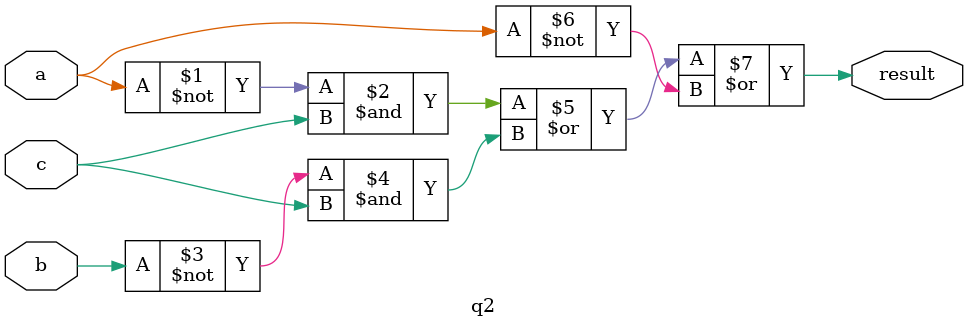
<source format=v>
module q2(	// file.cleaned.mlir:2:3
  input  a,	// file.cleaned.mlir:2:20
         b,	// file.cleaned.mlir:2:32
         c,	// file.cleaned.mlir:2:44
  output result	// file.cleaned.mlir:2:57
);

  assign result = ~a & c | ~b & c | ~a;	// file.cleaned.mlir:4:10, :5:10, :6:10, :7:10, :8:10, :9:5
endmodule


</source>
